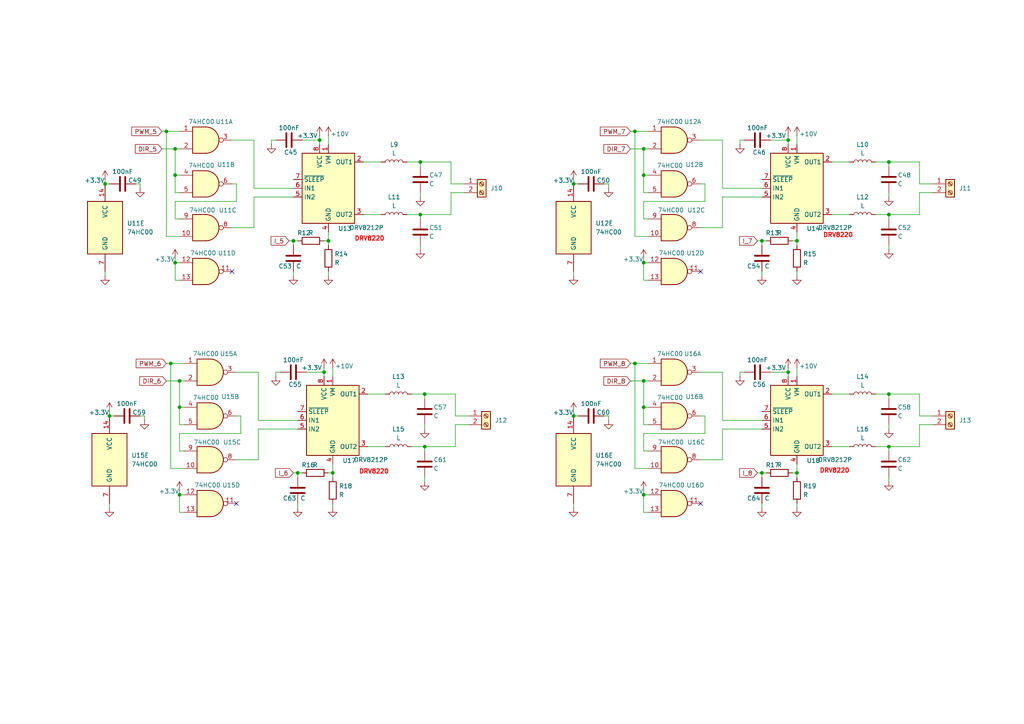
<source format=kicad_sch>
(kicad_sch (version 20231120) (generator "eeschema") (generator_version "8.0")
  (paper "A4")
  (lib_symbols
    (symbol "74xx:74HC00" (pin_names (offset 1.016))
      (property "Reference" "U" (at 0 1.27 0))
      (property "Value" "74HC00" (at 0 -1.27 0))
      (symbol "74HC00_1_1"
        (arc (start 0 -3.81) (mid 3.7934 0) (end 0 3.81) (stroke (width 0.254)) (fill (type background)))
        (polyline (pts (xy 0 3.81) (xy -3.81 3.81) (xy -3.81 -3.81) (xy 0 -3.81)) (stroke (width 0.254)) (fill (type background)))
        (pin input line (at -7.62 2.54 0) (length 3.81) (name "~") (number "1"))
        (pin input line (at -7.62 -2.54 0) (length 3.81) (name "~") (number "2"))
        (pin output inverted (at 7.62 0 180) (length 3.81) (name "~") (number "3"))
      )
      (symbol "74HC00_1_2"
        (arc (start -3.81 -3.81) (mid -2.589 0) (end -3.81 3.81) (stroke (width 0.254)))
        (arc (start -0.6096 -3.81) (mid 2.1842 -2.5851) (end 3.81 0) (stroke (width 0.254)) (fill (type background)))
        (polyline (pts (xy -3.81 -3.81) (xy -0.635 -3.81)) (stroke (width 0.254)) (fill (type background)))
        (polyline (pts (xy -3.81 3.81) (xy -0.635 3.81)) (stroke (width 0.254)) (fill (type background)))
        (polyline (pts (xy -0.635 3.81) (xy -3.81 3.81) (xy -3.81 3.81) (xy -3.556 3.4036) (xy -3.0226 2.2606) (xy -2.6924 1.0414) (xy -2.6162 -0.254) (xy -2.7686 -1.4986) (xy -3.175 -2.7178) (xy -3.81 -3.81) (xy -3.81 -3.81) (xy -0.635 -3.81)) (stroke (width -25.4)) (fill (type background)))
        (arc (start 3.81 0) (mid 2.1915 2.5936) (end -0.6096 3.81) (stroke (width 0.254)) (fill (type background)))
        (pin input inverted (at -7.62 2.54 0) (length 4.318) (name "~") (number "1"))
        (pin input inverted (at -7.62 -2.54 0) (length 4.318) (name "~") (number "2"))
        (pin output line (at 7.62 0 180) (length 3.81) (name "~") (number "3"))
      )
      (symbol "74HC00_2_1"
        (arc (start 0 -3.81) (mid 3.7934 0) (end 0 3.81) (stroke (width 0.254)) (fill (type background)))
        (polyline (pts (xy 0 3.81) (xy -3.81 3.81) (xy -3.81 -3.81) (xy 0 -3.81)) (stroke (width 0.254)) (fill (type background)))
        (pin input line (at -7.62 2.54 0) (length 3.81) (name "~") (number "4"))
        (pin input line (at -7.62 -2.54 0) (length 3.81) (name "~") (number "5"))
        (pin output inverted (at 7.62 0 180) (length 3.81) (name "~") (number "6"))
      )
      (symbol "74HC00_2_2"
        (arc (start -3.81 -3.81) (mid -2.589 0) (end -3.81 3.81) (stroke (width 0.254)))
        (arc (start -0.6096 -3.81) (mid 2.1842 -2.5851) (end 3.81 0) (stroke (width 0.254)) (fill (type background)))
        (polyline (pts (xy -3.81 -3.81) (xy -0.635 -3.81)) (stroke (width 0.254)) (fill (type background)))
        (polyline (pts (xy -3.81 3.81) (xy -0.635 3.81)) (stroke (width 0.254)) (fill (type background)))
        (polyline (pts (xy -0.635 3.81) (xy -3.81 3.81) (xy -3.81 3.81) (xy -3.556 3.4036) (xy -3.0226 2.2606) (xy -2.6924 1.0414) (xy -2.6162 -0.254) (xy -2.7686 -1.4986) (xy -3.175 -2.7178) (xy -3.81 -3.81) (xy -3.81 -3.81) (xy -0.635 -3.81)) (stroke (width -25.4)) (fill (type background)))
        (arc (start 3.81 0) (mid 2.1915 2.5936) (end -0.6096 3.81) (stroke (width 0.254)) (fill (type background)))
        (pin input inverted (at -7.62 2.54 0) (length 4.318) (name "~") (number "4"))
        (pin input inverted (at -7.62 -2.54 0) (length 4.318) (name "~") (number "5"))
        (pin output line (at 7.62 0 180) (length 3.81) (name "~") (number "6"))
      )
      (symbol "74HC00_3_1"
        (arc (start 0 -3.81) (mid 3.7934 0) (end 0 3.81) (stroke (width 0.254)) (fill (type background)))
        (polyline (pts (xy 0 3.81) (xy -3.81 3.81) (xy -3.81 -3.81) (xy 0 -3.81)) (stroke (width 0.254)) (fill (type background)))
        (pin input line (at -7.62 -2.54 0) (length 3.81) (name "~") (number "10"))
        (pin output inverted (at 7.62 0 180) (length 3.81) (name "~") (number "8"))
        (pin input line (at -7.62 2.54 0) (length 3.81) (name "~") (number "9"))
      )
      (symbol "74HC00_3_2"
        (arc (start -3.81 -3.81) (mid -2.589 0) (end -3.81 3.81) (stroke (width 0.254)))
        (arc (start -0.6096 -3.81) (mid 2.1842 -2.5851) (end 3.81 0) (stroke (width 0.254)) (fill (type background)))
        (polyline (pts (xy -3.81 -3.81) (xy -0.635 -3.81)) (stroke (width 0.254)) (fill (type background)))
        (polyline (pts (xy -3.81 3.81) (xy -0.635 3.81)) (stroke (width 0.254)) (fill (type background)))
        (polyline (pts (xy -0.635 3.81) (xy -3.81 3.81) (xy -3.81 3.81) (xy -3.556 3.4036) (xy -3.0226 2.2606) (xy -2.6924 1.0414) (xy -2.6162 -0.254) (xy -2.7686 -1.4986) (xy -3.175 -2.7178) (xy -3.81 -3.81) (xy -3.81 -3.81) (xy -0.635 -3.81)) (stroke (width -25.4)) (fill (type background)))
        (arc (start 3.81 0) (mid 2.1915 2.5936) (end -0.6096 3.81) (stroke (width 0.254)) (fill (type background)))
        (pin input inverted (at -7.62 -2.54 0) (length 4.318) (name "~") (number "10"))
        (pin output line (at 7.62 0 180) (length 3.81) (name "~") (number "8"))
        (pin input inverted (at -7.62 2.54 0) (length 4.318) (name "~") (number "9"))
      )
      (symbol "74HC00_4_1"
        (arc (start 0 -3.81) (mid 3.7934 0) (end 0 3.81) (stroke (width 0.254)) (fill (type background)))
        (polyline (pts (xy 0 3.81) (xy -3.81 3.81) (xy -3.81 -3.81) (xy 0 -3.81)) (stroke (width 0.254)) (fill (type background)))
        (pin output inverted (at 7.62 0 180) (length 3.81) (name "~") (number "11"))
        (pin input line (at -7.62 2.54 0) (length 3.81) (name "~") (number "12"))
        (pin input line (at -7.62 -2.54 0) (length 3.81) (name "~") (number "13"))
      )
      (symbol "74HC00_4_2"
        (arc (start -3.81 -3.81) (mid -2.589 0) (end -3.81 3.81) (stroke (width 0.254)))
        (arc (start -0.6096 -3.81) (mid 2.1842 -2.5851) (end 3.81 0) (stroke (width 0.254)) (fill (type background)))
        (polyline (pts (xy -3.81 -3.81) (xy -0.635 -3.81)) (stroke (width 0.254)) (fill (type background)))
        (polyline (pts (xy -3.81 3.81) (xy -0.635 3.81)) (stroke (width 0.254)) (fill (type background)))
        (polyline (pts (xy -0.635 3.81) (xy -3.81 3.81) (xy -3.81 3.81) (xy -3.556 3.4036) (xy -3.0226 2.2606) (xy -2.6924 1.0414) (xy -2.6162 -0.254) (xy -2.7686 -1.4986) (xy -3.175 -2.7178) (xy -3.81 -3.81) (xy -3.81 -3.81) (xy -0.635 -3.81)) (stroke (width -25.4)) (fill (type background)))
        (arc (start 3.81 0) (mid 2.1915 2.5936) (end -0.6096 3.81) (stroke (width 0.254)) (fill (type background)))
        (pin output line (at 7.62 0 180) (length 3.81) (name "~") (number "11"))
        (pin input inverted (at -7.62 2.54 0) (length 4.318) (name "~") (number "12"))
        (pin input inverted (at -7.62 -2.54 0) (length 4.318) (name "~") (number "13"))
      )
      (symbol "74HC00_5_0"
        (pin power_in line (at 0 12.7 270) (length 5.08) (name "VCC") (number "14"))
        (pin power_in line (at 0 -12.7 90) (length 5.08) (name "GND") (number "7"))
      )
      (symbol "74HC00_5_1"
        (rectangle (start -5.08 7.62) (end 5.08 -7.62) (stroke (width 0.254)) (fill (type background)))
      )
    )
    (symbol "Connector:Screw_Terminal_01x02" (pin_names (offset 1.016) hide)
      (property "Reference" "J" (at 0 2.54 0))
      (property "Value" "Screw_Terminal_01x02" (at 0 -5.08 0))
      (symbol "Screw_Terminal_01x02_1_1"
        (rectangle (start -1.27 1.27) (end 1.27 -3.81) (stroke (width 0.254)) (fill (type background)))
        (circle (center 0 -2.54) (radius 0.635) (stroke (width 0.1524)))
        (polyline (pts (xy -0.5334 -2.2098) (xy 0.3302 -3.048)) (stroke (width 0.1524)))
        (polyline (pts (xy -0.5334 0.3302) (xy 0.3302 -0.508)) (stroke (width 0.1524)))
        (polyline (pts (xy -0.3556 -2.032) (xy 0.508 -2.8702)) (stroke (width 0.1524)))
        (polyline (pts (xy -0.3556 0.508) (xy 0.508 -0.3302)) (stroke (width 0.1524)))
        (circle (center 0 0) (radius 0.635) (stroke (width 0.1524)))
        (pin passive line (at -5.08 0 0) (length 3.81) (name "Pin_1") (number "1"))
        (pin passive line (at -5.08 -2.54 0) (length 3.81) (name "Pin_2") (number "2"))
      )
    )
    (symbol "Device:C" (pin_numbers hide) (pin_names (offset 0.254))
      (property "Reference" "C" (at 0.635 2.54 0))
      (property "Value" "C" (at 0.635 -2.54 0))
      (symbol "C_0_1"
        (polyline (pts (xy -2.032 -0.762) (xy 2.032 -0.762)) (stroke (width 0.508)))
        (polyline (pts (xy -2.032 0.762) (xy 2.032 0.762)) (stroke (width 0.508)))
      )
      (symbol "C_1_1"
        (pin passive line (at 0 3.81 270) (length 2.794) (name "~") (number "1"))
        (pin passive line (at 0 -3.81 90) (length 2.794) (name "~") (number "2"))
      )
    )
    (symbol "Device:L" (pin_numbers hide) (pin_names (offset 1.016) hide)
      (property "Reference" "L" (at -1.27 0 90))
      (property "Value" "L" (at 1.905 0 90))
      (symbol "L_0_1"
        (arc (start 0 -2.54) (mid 0.6323 -1.905) (end 0 -1.27))
        (arc (start 0 -1.27) (mid 0.6323 -0.635) (end 0 0))
        (arc (start 0 0) (mid 0.6323 0.635) (end 0 1.27))
        (arc (start 0 1.27) (mid 0.6323 1.905) (end 0 2.54))
      )
      (symbol "L_1_1"
        (pin passive line (at 0 3.81 270) (length 1.27) (name "1") (number "1"))
        (pin passive line (at 0 -3.81 90) (length 1.27) (name "2") (number "2"))
      )
    )
    (symbol "Device:R" (pin_numbers hide) (pin_names (offset 0))
      (property "Reference" "R" (at 2.032 0 90))
      (property "Value" "R" (at 0 0 90))
      (symbol "R_0_1"
        (rectangle (start -1.016 -2.54) (end 1.016 2.54) (stroke (width 0.254)))
      )
      (symbol "R_1_1"
        (pin passive line (at 0 3.81 270) (length 1.27) (name "~") (number "1"))
        (pin passive line (at 0 -3.81 90) (length 1.27) (name "~") (number "2"))
      )
    )
    (symbol "Driver_Motor:DRV8212P"
      (property "Reference" "U" (at 6.35 11.43 0))
      (property "Value" "DRV8212P" (at -10.16 11.43 0))
      (symbol "DRV8212P_0_1"
        (rectangle (start -7.62 10.16) (end 7.62 -10.16) (stroke (width 0.254)) (fill (type background)))
      )
      (symbol "DRV8212P_1_1"
        (pin power_in line (at 0 12.7 270) (length 2.54) (name "VM") (number "1"))
        (pin output line (at 10.16 7.62 180) (length 2.54) (name "OUT1") (number "2"))
        (pin output line (at 10.16 -7.62 180) (length 2.54) (name "OUT2") (number "3"))
        (pin power_in line (at 0 -12.7 90) (length 2.54) (name "GND") (number "4"))
        (pin input line (at -10.16 -2.54 0) (length 2.54) (name "IN2") (number "5"))
        (pin input line (at -10.16 0 0) (length 2.54) (name "IN1") (number "6"))
        (pin input line (at -10.16 2.54 0) (length 2.54) (name "~{SLEEP}") (number "7"))
        (pin power_in line (at -2.54 12.7 270) (length 2.54) (name "VCC") (number "8"))
        (pin passive line (at 0 -12.7 90) (length 2.54) hide (name "GND") (number "9"))
      )
    )
    (symbol "power:+5V" (power) (pin_numbers hide) (pin_names (offset 0) hide)
      (property "Value" "+5V" (at 0 3.556 0))
      (symbol "+5V_0_1"
        (polyline (pts (xy -0.762 1.27) (xy 0 2.54)))
        (polyline (pts (xy 0 0) (xy 0 2.54)))
        (polyline (pts (xy 0 2.54) (xy 0.762 1.27)))
      )
      (symbol "+5V_1_1"
        (pin power_in line (at 0 0 90) (length 0) (name "~") (number "1"))
      )
    )
    (symbol "power:GND" (power) (pin_numbers hide) (pin_names (offset 0) hide)
      (property "Value" "GND" (at 0 -3.81 0))
      (symbol "GND_0_1"
        (polyline (pts (xy 0 0) (xy 0 -1.27) (xy 1.27 -1.27) (xy 0 -2.54) (xy -1.27 -1.27) (xy 0 -1.27)))
      )
      (symbol "GND_1_1"
        (pin power_in line (at 0 0 270) (length 0) (name "~") (number "1"))
      )
    )
  )
  (junction (at 123.19 114.3))
  (junction (at 85.09 69.85))
  (junction (at 257.81 129.54))
  (junction (at 49.53 105.41))
  (junction (at 93.98 107.95))
  (junction (at 92.71 40.64))
  (junction (at 184.15 105.41))
  (junction (at 52.07 143.51))
  (junction (at 231.14 69.85))
  (junction (at 220.98 69.85))
  (junction (at 31.75 120.65))
  (junction (at 220.98 137.16))
  (junction (at 30.48 53.34))
  (junction (at 123.19 129.54))
  (junction (at 95.25 69.85))
  (junction (at 184.15 38.1))
  (junction (at 50.8 50.8))
  (junction (at 186.69 110.49))
  (junction (at 257.81 114.3))
  (junction (at 228.6 107.95))
  (junction (at 186.69 43.18))
  (junction (at 186.69 118.11))
  (junction (at 52.07 118.11))
  (junction (at 96.52 137.16))
  (junction (at 257.81 62.23))
  (junction (at 257.81 46.99))
  (junction (at 166.37 120.65))
  (junction (at 86.36 137.16))
  (junction (at 52.07 110.49))
  (junction (at 228.6 40.64))
  (junction (at 186.69 143.51))
  (junction (at 166.37 53.34))
  (junction (at 121.92 62.23))
  (junction (at 186.69 76.2))
  (junction (at 50.8 76.2))
  (junction (at 121.92 46.99))
  (junction (at 231.14 137.16))
  (junction (at 50.8 43.18))
  (junction (at 48.26 38.1))
  (junction (at 186.69 50.8))
  (no_connect (at 203.2 78.74))
  (no_connect (at 67.31 78.74))
  (no_connect (at 68.58 146.05))
  (no_connect (at 203.2 146.05))
  (wire (pts (xy 31.75 120.65) (xy 31.75 121.92)))
  (wire (pts (xy 31.75 120.65) (xy 33.02 120.65)))
  (wire (pts (xy 85.09 78.74) (xy 85.09 80.01)))
  (wire (pts (xy 166.37 120.65) (xy 166.37 121.92)))
  (wire (pts (xy 254 46.99) (xy 257.81 46.99)))
  (wire (pts (xy 92.71 39.37) (xy 92.71 40.64)))
  (wire (pts (xy 270.51 123.19) (xy 266.7 123.19)))
  (wire (pts (xy 130.81 55.88) (xy 130.81 62.23)))
  (wire (pts (xy 96.52 146.05) (xy 96.52 147.32)))
  (wire (pts (xy 228.6 39.37) (xy 228.6 40.64)))
  (wire (pts (xy 68.58 107.95) (xy 74.93 107.95)))
  (wire (pts (xy 52.07 130.81) (xy 53.34 130.81)))
  (wire (pts (xy 220.98 137.16) (xy 220.98 138.43)))
  (wire (pts (xy 204.47 53.34) (xy 204.47 58.42)))
  (wire (pts (xy 186.69 125.73) (xy 186.69 130.81)))
  (wire (pts (xy 186.69 118.11) (xy 186.69 123.19)))
  (wire (pts (xy 95.25 67.31) (xy 95.25 69.85)))
  (wire (pts (xy 209.55 57.15) (xy 220.98 57.15)))
  (wire (pts (xy 223.52 107.95) (xy 228.6 107.95)))
  (wire (pts (xy 31.75 146.05) (xy 31.75 147.32)))
  (wire (pts (xy 229.87 137.16) (xy 231.14 137.16)))
  (wire (pts (xy 52.07 143.51) (xy 52.07 148.59)))
  (wire (pts (xy 30.48 78.74) (xy 30.48 80.01)))
  (wire (pts (xy 85.09 69.85) (xy 86.36 69.85)))
  (wire (pts (xy 106.68 129.54) (xy 111.76 129.54)))
  (wire (pts (xy 229.87 69.85) (xy 231.14 69.85)))
  (wire (pts (xy 50.8 43.18) (xy 52.07 43.18)))
  (wire (pts (xy 87.63 40.64) (xy 92.71 40.64)))
  (wire (pts (xy 123.19 123.19) (xy 123.19 124.46)))
  (wire (pts (xy 86.36 137.16) (xy 87.63 137.16)))
  (wire (pts (xy 31.75 119.38) (xy 31.75 120.65)))
  (wire (pts (xy 231.14 146.05) (xy 231.14 147.32)))
  (wire (pts (xy 184.15 38.1) (xy 184.15 68.58)))
  (wire (pts (xy 121.92 62.23) (xy 121.92 63.5)))
  (wire (pts (xy 49.53 105.41) (xy 49.53 135.89)))
  (wire (pts (xy 257.81 55.88) (xy 257.81 57.15)))
  (wire (pts (xy 67.31 53.34) (xy 68.58 53.34)))
  (wire (pts (xy 48.26 38.1) (xy 52.07 38.1)))
  (wire (pts (xy 86.36 146.05) (xy 86.36 147.32)))
  (wire (pts (xy 204.47 58.42) (xy 186.69 58.42)))
  (wire (pts (xy 186.69 58.42) (xy 186.69 63.5)))
  (wire (pts (xy 48.26 38.1) (xy 48.26 68.58)))
  (wire (pts (xy 182.88 43.18) (xy 186.69 43.18)))
  (wire (pts (xy 186.69 63.5) (xy 187.96 63.5)))
  (wire (pts (xy 105.41 46.99) (xy 110.49 46.99)))
  (wire (pts (xy 30.48 52.07) (xy 30.48 53.34)))
  (wire (pts (xy 241.3 62.23) (xy 246.38 62.23)))
  (wire (pts (xy 209.55 66.04) (xy 209.55 57.15)))
  (wire (pts (xy 30.48 53.34) (xy 31.75 53.34)))
  (wire (pts (xy 52.07 68.58) (xy 48.26 68.58)))
  (wire (pts (xy 187.96 135.89) (xy 184.15 135.89)))
  (wire (pts (xy 52.07 81.28) (xy 50.8 81.28)))
  (wire (pts (xy 203.2 66.04) (xy 209.55 66.04)))
  (wire (pts (xy 231.14 134.62) (xy 231.14 137.16)))
  (wire (pts (xy 176.53 53.34) (xy 176.53 54.61)))
  (wire (pts (xy 50.8 50.8) (xy 50.8 55.88)))
  (wire (pts (xy 219.71 137.16) (xy 220.98 137.16)))
  (wire (pts (xy 73.66 57.15) (xy 85.09 57.15)))
  (wire (pts (xy 203.2 40.64) (xy 209.55 40.64)))
  (wire (pts (xy 119.38 129.54) (xy 123.19 129.54)))
  (wire (pts (xy 96.52 137.16) (xy 96.52 138.43)))
  (wire (pts (xy 96.52 134.62) (xy 96.52 137.16)))
  (wire (pts (xy 93.98 107.95) (xy 93.98 109.22)))
  (wire (pts (xy 184.15 105.41) (xy 184.15 135.89)))
  (wire (pts (xy 186.69 110.49) (xy 187.96 110.49)))
  (wire (pts (xy 166.37 120.65) (xy 167.64 120.65)))
  (wire (pts (xy 123.19 129.54) (xy 132.08 129.54)))
  (wire (pts (xy 182.88 38.1) (xy 184.15 38.1)))
  (wire (pts (xy 40.64 53.34) (xy 40.64 54.61)))
  (wire (pts (xy 121.92 71.12) (xy 121.92 72.39)))
  (wire (pts (xy 69.85 125.73) (xy 52.07 125.73)))
  (wire (pts (xy 209.55 124.46) (xy 220.98 124.46)))
  (wire (pts (xy 93.98 69.85) (xy 95.25 69.85)))
  (wire (pts (xy 73.66 54.61) (xy 85.09 54.61)))
  (wire (pts (xy 266.7 55.88) (xy 266.7 62.23)))
  (wire (pts (xy 92.71 40.64) (xy 92.71 41.91)))
  (wire (pts (xy 50.8 50.8) (xy 52.07 50.8)))
  (wire (pts (xy 186.69 123.19) (xy 187.96 123.19)))
  (wire (pts (xy 123.19 114.3) (xy 123.19 115.57)))
  (wire (pts (xy 80.01 40.64) (xy 78.74 40.64)))
  (wire (pts (xy 81.28 107.95) (xy 80.01 107.95)))
  (wire (pts (xy 176.53 120.65) (xy 176.53 121.92)))
  (wire (pts (xy 257.81 129.54) (xy 257.81 130.81)))
  (wire (pts (xy 214.63 40.64) (xy 214.63 41.91)))
  (wire (pts (xy 96.52 106.68) (xy 96.52 109.22)))
  (wire (pts (xy 48.26 105.41) (xy 49.53 105.41)))
  (wire (pts (xy 203.2 120.65) (xy 204.47 120.65)))
  (wire (pts (xy 50.8 43.18) (xy 50.8 50.8)))
  (wire (pts (xy 74.93 133.35) (xy 74.93 124.46)))
  (wire (pts (xy 105.41 62.23) (xy 110.49 62.23)))
  (wire (pts (xy 68.58 53.34) (xy 68.58 58.42)))
  (wire (pts (xy 50.8 76.2) (xy 52.07 76.2)))
  (wire (pts (xy 228.6 106.68) (xy 228.6 107.95)))
  (wire (pts (xy 266.7 123.19) (xy 266.7 129.54)))
  (wire (pts (xy 186.69 118.11) (xy 187.96 118.11)))
  (wire (pts (xy 182.88 110.49) (xy 186.69 110.49)))
  (wire (pts (xy 220.98 146.05) (xy 220.98 147.32)))
  (wire (pts (xy 95.25 78.74) (xy 95.25 80.01)))
  (wire (pts (xy 88.9 107.95) (xy 93.98 107.95)))
  (wire (pts (xy 184.15 105.41) (xy 187.96 105.41)))
  (wire (pts (xy 52.07 118.11) (xy 53.34 118.11)))
  (wire (pts (xy 186.69 76.2) (xy 186.69 81.28)))
  (wire (pts (xy 53.34 135.89) (xy 49.53 135.89)))
  (wire (pts (xy 231.14 137.16) (xy 231.14 138.43)))
  (wire (pts (xy 220.98 69.85) (xy 220.98 71.12)))
  (wire (pts (xy 257.81 46.99) (xy 266.7 46.99)))
  (wire (pts (xy 74.93 124.46) (xy 86.36 124.46)))
  (wire (pts (xy 186.69 50.8) (xy 186.69 55.88)))
  (wire (pts (xy 50.8 58.42) (xy 50.8 63.5)))
  (wire (pts (xy 209.55 121.92) (xy 220.98 121.92)))
  (wire (pts (xy 52.07 125.73) (xy 52.07 130.81)))
  (wire (pts (xy 257.81 114.3) (xy 257.81 115.57)))
  (wire (pts (xy 46.99 43.18) (xy 50.8 43.18)))
  (wire (pts (xy 80.01 107.95) (xy 80.01 109.22)))
  (wire (pts (xy 241.3 129.54) (xy 246.38 129.54)))
  (wire (pts (xy 209.55 40.64) (xy 209.55 54.61)))
  (wire (pts (xy 166.37 78.74) (xy 166.37 80.01)))
  (wire (pts (xy 219.71 69.85) (xy 220.98 69.85)))
  (wire (pts (xy 93.98 106.68) (xy 93.98 107.95)))
  (wire (pts (xy 121.92 46.99) (xy 130.81 46.99)))
  (wire (pts (xy 231.14 69.85) (xy 231.14 71.12)))
  (wire (pts (xy 166.37 53.34) (xy 167.64 53.34)))
  (wire (pts (xy 52.07 118.11) (xy 52.07 123.19)))
  (wire (pts (xy 40.64 120.65) (xy 41.91 120.65)))
  (wire (pts (xy 86.36 137.16) (xy 86.36 138.43)))
  (wire (pts (xy 220.98 78.74) (xy 220.98 80.01)))
  (wire (pts (xy 166.37 53.34) (xy 166.37 54.61)))
  (wire (pts (xy 186.69 143.51) (xy 187.96 143.51)))
  (wire (pts (xy 228.6 107.95) (xy 228.6 109.22)))
  (wire (pts (xy 257.81 62.23) (xy 266.7 62.23)))
  (wire (pts (xy 121.92 55.88) (xy 121.92 57.15)))
  (wire (pts (xy 52.07 110.49) (xy 53.34 110.49)))
  (wire (pts (xy 254 129.54) (xy 257.81 129.54)))
  (wire (pts (xy 231.14 106.68) (xy 231.14 109.22)))
  (wire (pts (xy 130.81 53.34) (xy 130.81 46.99)))
  (wire (pts (xy 49.53 105.41) (xy 53.34 105.41)))
  (wire (pts (xy 203.2 53.34) (xy 204.47 53.34)))
  (wire (pts (xy 209.55 133.35) (xy 209.55 124.46)))
  (wire (pts (xy 257.81 129.54) (xy 266.7 129.54)))
  (wire (pts (xy 186.69 143.51) (xy 186.69 148.59)))
  (wire (pts (xy 166.37 119.38) (xy 166.37 120.65)))
  (wire (pts (xy 135.89 123.19) (xy 132.08 123.19)))
  (wire (pts (xy 215.9 40.64) (xy 214.63 40.64)))
  (wire (pts (xy 186.69 110.49) (xy 186.69 118.11)))
  (wire (pts (xy 215.9 107.95) (xy 214.63 107.95)))
  (wire (pts (xy 83.82 69.85) (xy 85.09 69.85)))
  (wire (pts (xy 204.47 120.65) (xy 204.47 125.73)))
  (wire (pts (xy 135.89 120.65) (xy 132.08 120.65)))
  (wire (pts (xy 73.66 40.64) (xy 73.66 54.61)))
  (wire (pts (xy 270.51 120.65) (xy 266.7 120.65)))
  (wire (pts (xy 123.19 138.43) (xy 123.19 139.7)))
  (wire (pts (xy 220.98 137.16) (xy 222.25 137.16)))
  (wire (pts (xy 41.91 120.65) (xy 41.91 121.92)))
  (wire (pts (xy 166.37 146.05) (xy 166.37 147.32)))
  (wire (pts (xy 69.85 120.65) (xy 69.85 125.73)))
  (wire (pts (xy 121.92 46.99) (xy 121.92 48.26)))
  (wire (pts (xy 67.31 40.64) (xy 73.66 40.64)))
  (wire (pts (xy 231.14 78.74) (xy 231.14 80.01)))
  (wire (pts (xy 95.25 69.85) (xy 95.25 71.12)))
  (wire (pts (xy 74.93 121.92) (xy 86.36 121.92)))
  (wire (pts (xy 52.07 142.24) (xy 52.07 143.51)))
  (wire (pts (xy 257.81 71.12) (xy 257.81 72.39)))
  (wire (pts (xy 204.47 125.73) (xy 186.69 125.73)))
  (wire (pts (xy 186.69 50.8) (xy 187.96 50.8)))
  (wire (pts (xy 209.55 107.95) (xy 209.55 121.92)))
  (wire (pts (xy 73.66 66.04) (xy 73.66 57.15)))
  (wire (pts (xy 186.69 43.18) (xy 187.96 43.18)))
  (wire (pts (xy 85.09 69.85) (xy 85.09 71.12)))
  (wire (pts (xy 186.69 142.24) (xy 186.69 143.51)))
  (wire (pts (xy 30.48 53.34) (xy 30.48 54.61)))
  (wire (pts (xy 106.68 114.3) (xy 111.76 114.3)))
  (wire (pts (xy 46.99 38.1) (xy 48.26 38.1)))
  (wire (pts (xy 50.8 63.5) (xy 52.07 63.5)))
  (wire (pts (xy 52.07 123.19) (xy 53.34 123.19)))
  (wire (pts (xy 68.58 58.42) (xy 50.8 58.42)))
  (wire (pts (xy 203.2 107.95) (xy 209.55 107.95)))
  (wire (pts (xy 187.96 148.59) (xy 186.69 148.59)))
  (wire (pts (xy 257.81 123.19) (xy 257.81 124.46)))
  (wire (pts (xy 119.38 114.3) (xy 123.19 114.3)))
  (wire (pts (xy 175.26 53.34) (xy 176.53 53.34)))
  (wire (pts (xy 220.98 69.85) (xy 222.25 69.85)))
  (wire (pts (xy 95.25 39.37) (xy 95.25 41.91)))
  (wire (pts (xy 166.37 52.07) (xy 166.37 53.34)))
  (wire (pts (xy 209.55 54.61) (xy 220.98 54.61)))
  (wire (pts (xy 52.07 110.49) (xy 52.07 118.11)))
  (wire (pts (xy 95.25 137.16) (xy 96.52 137.16)))
  (wire (pts (xy 257.81 138.43) (xy 257.81 139.7)))
  (wire (pts (xy 53.34 148.59) (xy 52.07 148.59)))
  (wire (pts (xy 228.6 40.64) (xy 228.6 41.91)))
  (wire (pts (xy 187.96 81.28) (xy 186.69 81.28)))
  (wire (pts (xy 50.8 76.2) (xy 50.8 81.28)))
  (wire (pts (xy 223.52 40.64) (xy 228.6 40.64)))
  (wire (pts (xy 266.7 120.65) (xy 266.7 114.3)))
  (wire (pts (xy 68.58 120.65) (xy 69.85 120.65)))
  (wire (pts (xy 182.88 105.41) (xy 184.15 105.41)))
  (wire (pts (xy 186.69 76.2) (xy 187.96 76.2)))
  (wire (pts (xy 78.74 40.64) (xy 78.74 41.91)))
  (wire (pts (xy 270.51 53.34) (xy 266.7 53.34)))
  (wire (pts (xy 74.93 107.95) (xy 74.93 121.92)))
  (wire (pts (xy 68.58 133.35) (xy 74.93 133.35)))
  (wire (pts (xy 39.37 53.34) (xy 40.64 53.34)))
  (wire (pts (xy 123.19 129.54) (xy 123.19 130.81)))
  (wire (pts (xy 254 114.3) (xy 257.81 114.3)))
  (wire (pts (xy 214.63 107.95) (xy 214.63 109.22)))
  (wire (pts (xy 231.14 67.31) (xy 231.14 69.85)))
  (wire (pts (xy 121.92 62.23) (xy 130.81 62.23)))
  (wire (pts (xy 50.8 55.88) (xy 52.07 55.88)))
  (wire (pts (xy 123.19 114.3) (xy 132.08 114.3)))
  (wire (pts (xy 203.2 133.35) (xy 209.55 133.35)))
  (wire (pts (xy 241.3 46.99) (xy 246.38 46.99)))
  (wire (pts (xy 186.69 43.18) (xy 186.69 50.8)))
  (wire (pts (xy 186.69 130.81) (xy 187.96 130.81)))
  (wire (pts (xy 52.07 143.51) (xy 53.34 143.51)))
  (wire (pts (xy 184.15 38.1) (xy 187.96 38.1)))
  (wire (pts (xy 270.51 55.88) (xy 266.7 55.88)))
  (wire (pts (xy 132.08 120.65) (xy 132.08 114.3)))
  (wire (pts (xy 85.09 137.16) (xy 86.36 137.16)))
  (wire (pts (xy 257.81 114.3) (xy 266.7 114.3)))
  (wire (pts (xy 187.96 68.58) (xy 184.15 68.58)))
  (wire (pts (xy 266.7 53.34) (xy 266.7 46.99)))
  (wire (pts (xy 132.08 123.19) (xy 132.08 129.54)))
  (wire (pts (xy 175.26 120.65) (xy 176.53 120.65)))
  (wire (pts (xy 231.14 39.37) (xy 231.14 41.91)))
  (wire (pts (xy 134.62 53.34) (xy 130.81 53.34)))
  (wire (pts (xy 186.69 55.88) (xy 187.96 55.88)))
  (wire (pts (xy 186.69 74.93) (xy 186.69 76.2)))
  (wire (pts (xy 134.62 55.88) (xy 130.81 55.88)))
  (wire (pts (xy 67.31 66.04) (xy 73.66 66.04)))
  (wire (pts (xy 48.26 110.49) (xy 52.07 110.49)))
  (wire (pts (xy 257.81 62.23) (xy 257.81 63.5)))
  (wire (pts (xy 50.8 74.93) (xy 50.8 76.2)))
  (wire (pts (xy 241.3 114.3) (xy 246.38 114.3)))
  (wire (pts (xy 118.11 62.23) (xy 121.92 62.23)))
  (wire (pts (xy 257.81 46.99) (xy 257.81 48.26)))
  (wire (pts (xy 254 62.23) (xy 257.81 62.23)))
  (wire (pts (xy 118.11 46.99) (xy 121.92 46.99)))
  (text "DRV8220" (at 108.458 136.906 0) (effects (font (size 1.27 1.27) (thickness 0.254) (bold yes))))
  (text "DRV8220" (at 107.188 69.342 0) (effects (font (size 1.27 1.27) (thickness 0.254) (bold yes))))
  (text "DRV8220" (at 242.062 136.652 0) (effects (font (size 1.27 1.27) (thickness 0.254) (bold yes))))
  (text "DRV8220" (at 243.078 68.326 0) (effects (font (size 1.27 1.27) (thickness 0.254) (bold yes))))
  (global_label "I_5" (shape input) (at 83.82 69.85 180) (property "Intersheetrefs" "${INTERSHEET_REFS}" (effects (hide yes))))
  (global_label "PWM_8" (shape input) (at 182.88 105.41 180) (property "Intersheetrefs" "${INTERSHEET_REFS}" (effects (hide yes))))
  (global_label "PWM_7" (shape input) (at 182.88 38.1 180) (property "Intersheetrefs" "${INTERSHEET_REFS}" (effects (hide yes))))
  (global_label "I_8" (shape input) (at 219.71 137.16 180) (property "Intersheetrefs" "${INTERSHEET_REFS}" (effects (hide yes))))
  (global_label "DIR_8" (shape input) (at 182.88 110.49 180) (property "Intersheetrefs" "${INTERSHEET_REFS}" (effects (hide yes))))
  (global_label "PWM_5" (shape input) (at 46.99 38.1 180) (property "Intersheetrefs" "${INTERSHEET_REFS}" (effects (hide yes))))
  (global_label "I_7" (shape input) (at 219.71 69.85 180) (property "Intersheetrefs" "${INTERSHEET_REFS}" (effects (hide yes))))
  (global_label "DIR_6" (shape input) (at 48.26 110.49 180) (property "Intersheetrefs" "${INTERSHEET_REFS}" (effects (hide yes))))
  (global_label "PWM_6" (shape input) (at 48.26 105.41 180) (property "Intersheetrefs" "${INTERSHEET_REFS}" (effects (hide yes))))
  (global_label "DIR_5" (shape input) (at 46.99 43.18 180) (property "Intersheetrefs" "${INTERSHEET_REFS}" (effects (hide yes))))
  (global_label "I_6" (shape input) (at 85.09 137.16 180) (property "Intersheetrefs" "${INTERSHEET_REFS}" (effects (hide yes))))
  (global_label "DIR_7" (shape input) (at 182.88 43.18 180) (property "Intersheetrefs" "${INTERSHEET_REFS}" (effects (hide yes))))
  (symbol (lib_id "Device:C") (at 257.81 119.38 0) (unit 1)
    (property "Reference" "C58" (at 260.35 118.11 0) (effects (justify left)))
    (property "Value" "C" (at 260.35 120.65 0) (effects (justify left)))
    (property "Description" "Unpolarized capacitor" (effects (hide yes)))
  )
  (symbol (lib_id "power:GND") (at 257.81 57.15 0) (unit 1)
    (property "Reference" "#PWR084" (effects (hide yes)))
    (property "Value" "GND" (effects (hide yes)))
    (property "Description" "Power symbol creates a global label with name \"GND\" , ground" (effects (hide yes)))
  )
  (symbol (lib_id "power:+5V") (at 93.98 106.68 0) (unit 1)
    (property "Reference" "#PWR093" (effects (hide yes)))
    (property "Value" "+3.3V" (at 90.424 106.68 0))
    (property "Description" "Power symbol creates a global label with name \"+5V\"" (effects (hide yes)))
  )
  (symbol (lib_id "power:+5V") (at 50.8 74.93 0) (unit 1)
    (property "Reference" "#PWR0186" (effects (hide yes)))
    (property "Value" "+3.3V" (at 47.752 75.184 0))
    (property "Description" "Power symbol creates a global label with name \"+5V\"" (effects (hide yes)))
  )
  (symbol (lib_id "power:GND") (at 220.98 80.01 0) (unit 1)
    (property "Reference" "#PWR091" (effects (hide yes)))
    (property "Value" "GND" (effects (hide yes)))
    (property "Description" "Power symbol creates a global label with name \"GND\" , ground" (effects (hide yes)))
  )
  (symbol (lib_id "power:GND") (at 257.81 72.39 0) (unit 1)
    (property "Reference" "#PWR086" (effects (hide yes)))
    (property "Value" "GND" (effects (hide yes)))
    (property "Description" "Power symbol creates a global label with name \"GND\" , ground" (effects (hide yes)))
  )
  (symbol (lib_id "power:+5V") (at 52.07 142.24 0) (unit 1)
    (property "Reference" "#PWR0185" (effects (hide yes)))
    (property "Value" "+3.3V" (at 49.022 142.494 0))
    (property "Description" "Power symbol creates a global label with name \"+5V\"" (effects (hide yes)))
  )
  (symbol (lib_id "Device:C") (at 123.19 134.62 0) (unit 1)
    (property "Reference" "C61" (at 125.73 133.35 0) (effects (justify left)))
    (property "Value" "C" (at 125.73 135.89 0) (effects (justify left)))
    (property "Description" "Unpolarized capacitor" (effects (hide yes)))
  )
  (symbol (lib_id "Device:C") (at 219.71 107.95 90) (unit 1)
    (property "Reference" "C56" (at 220.218 111.506 90))
    (property "Value" "100nF" (at 219.71 104.394 90))
    (property "Description" "Unpolarized capacitor" (effects (hide yes)))
  )
  (symbol (lib_id "power:+5V") (at 186.69 74.93 0) (unit 1)
    (property "Reference" "#PWR0183" (effects (hide yes)))
    (property "Value" "+3.3V" (at 183.642 75.184 0))
    (property "Description" "Power symbol creates a global label with name \"+5V\"" (effects (hide yes)))
  )
  (symbol (lib_id "Device:C") (at 85.09 107.95 90) (unit 1)
    (property "Reference" "C55" (at 85.598 111.506 90))
    (property "Value" "100nF" (at 85.09 104.394 90))
    (property "Description" "Unpolarized capacitor" (effects (hide yes)))
  )
  (symbol (lib_id "74xx:74HC00") (at 60.96 107.95 0) (unit 1)
    (property "Reference" "U15" (at 66.294 102.616 0))
    (property "Value" "74HC00" (at 59.69 102.616 0))
    (property "Datasheet" "http://www.ti.com/lit/gpn/sn74hc00" (effects (hide yes)))
    (property "Description" "quad 2-input NAND gate" (effects (hide yes)))
  )
  (symbol (lib_id "74xx:74HC00") (at 195.58 78.74 0) (unit 4)
    (property "Reference" "U12" (at 201.676 73.406 0))
    (property "Value" "74HC00" (at 194.818 73.406 0))
    (property "Datasheet" "http://www.ti.com/lit/gpn/sn74hc00" (effects (hide yes)))
    (property "Description" "quad 2-input NAND gate" (effects (hide yes)))
  )
  (symbol (lib_id "Device:R") (at 231.14 142.24 0) (unit 1)
    (property "Reference" "R19" (at 232.918 140.97 0) (effects (justify left)))
    (property "Value" "R" (at 232.918 143.51 0) (effects (justify left)))
    (property "Description" "Resistor" (effects (hide yes)))
  )
  (symbol (lib_id "74xx:74HC00") (at 60.96 133.35 0) (unit 3)
    (property "Reference" "U15" (at 67.31 128.27 0))
    (property "Value" "74HC00" (at 59.944 128.27 0))
    (property "Datasheet" "http://www.ti.com/lit/gpn/sn74hc00" (effects (hide yes)))
    (property "Description" "quad 2-input NAND gate" (effects (hide yes)))
  )
  (symbol (lib_id "Device:C") (at 171.45 120.65 90) (unit 1)
    (property "Reference" "C60" (at 175.006 119.634 90))
    (property "Value" "100nF" (at 171.45 117.094 90))
    (property "Description" "Unpolarized capacitor" (effects (hide yes)))
  )
  (symbol (lib_id "power:GND") (at 40.64 54.61 0) (unit 1)
    (property "Reference" "#PWR081" (effects (hide yes)))
    (property "Value" "GND" (effects (hide yes)))
    (property "Description" "Power symbol creates a global label with name \"GND\" , ground" (effects (hide yes)))
  )
  (symbol (lib_id "74xx:74HC00") (at 59.69 53.34 0) (unit 2)
    (property "Reference" "U11" (at 65.532 47.752 0))
    (property "Value" "74HC00" (at 58.42 48.006 0))
    (property "Datasheet" "http://www.ti.com/lit/gpn/sn74hc00" (effects (hide yes)))
    (property "Description" "quad 2-input NAND gate" (effects (hide yes)))
  )
  (symbol (lib_id "Device:R") (at 91.44 137.16 90) (unit 1)
    (property "Reference" "R16" (at 89.408 134.874 90))
    (property "Value" "R" (at 91.44 134.874 90))
    (property "Description" "Resistor" (effects (hide yes)))
  )
  (symbol (lib_id "74xx:74HC00") (at 59.69 40.64 0) (unit 1)
    (property "Reference" "U11" (at 65.024 35.306 0))
    (property "Value" "74HC00" (at 58.42 35.306 0))
    (property "Datasheet" "http://www.ti.com/lit/gpn/sn74hc00" (effects (hide yes)))
    (property "Description" "quad 2-input NAND gate" (effects (hide yes)))
  )
  (symbol (lib_id "74xx:74HC00") (at 59.69 66.04 0) (unit 3)
    (property "Reference" "U11" (at 66.04 60.96 0))
    (property "Value" "74HC00" (at 58.674 60.96 0))
    (property "Datasheet" "http://www.ti.com/lit/gpn/sn74hc00" (effects (hide yes)))
    (property "Description" "quad 2-input NAND gate" (effects (hide yes)))
  )
  (symbol (lib_id "power:GND") (at 123.19 124.46 0) (unit 1)
    (property "Reference" "#PWR0103" (effects (hide yes)))
    (property "Value" "GND" (effects (hide yes)))
    (property "Description" "Power symbol creates a global label with name \"GND\" , ground" (effects (hide yes)))
  )
  (symbol (lib_id "74xx:74HC00") (at 195.58 107.95 0) (unit 1)
    (property "Reference" "U16" (at 200.914 102.616 0))
    (property "Value" "74HC00" (at 194.31 102.616 0))
    (property "Datasheet" "http://www.ti.com/lit/gpn/sn74hc00" (effects (hide yes)))
    (property "Description" "quad 2-input NAND gate" (effects (hide yes)))
  )
  (symbol (lib_id "power:+5V") (at 231.14 39.37 0) (unit 1)
    (property "Reference" "#PWR076" (effects (hide yes)))
    (property "Value" "+10V" (at 234.442 38.862 0))
    (property "Description" "Power symbol creates a global label with name \"+5V\"" (effects (hide yes)))
  )
  (symbol (lib_id "power:GND") (at 86.36 147.32 0) (unit 1)
    (property "Reference" "#PWR0108" (effects (hide yes)))
    (property "Value" "GND" (effects (hide yes)))
    (property "Description" "Power symbol creates a global label with name \"GND\" , ground" (effects (hide yes)))
  )
  (symbol (lib_id "Connector:Screw_Terminal_01x02") (at 139.7 53.34 0) (unit 1)
    (property "Reference" "J10" (at 142.24 54.6099 0) (effects (justify left)))
    (property "Value" "Screw_Terminal_01x02" (effects (hide yes)))
    (property "Description" "Generic screw terminal, single row, 01x02, script generated (kicad-library-utils/schlib/autogen/connector/)" (effects (hide yes)))
  )
  (symbol (lib_id "Device:L") (at 250.19 129.54 90) (unit 1)
    (property "Reference" "L16" (at 250.19 124.46 90))
    (property "Value" "L" (at 250.19 127 90))
    (property "Description" "Inductor" (effects (hide yes)))
  )
  (symbol (lib_id "74xx:74HC00") (at 195.58 146.05 0) (unit 4)
    (property "Reference" "U16" (at 201.676 140.716 0))
    (property "Value" "74HC00" (at 194.818 140.716 0))
    (property "Datasheet" "http://www.ti.com/lit/gpn/sn74hc00" (effects (hide yes)))
    (property "Description" "quad 2-input NAND gate" (effects (hide yes)))
  )
  (symbol (lib_id "74xx:74HC00") (at 195.58 53.34 0) (unit 2)
    (property "Reference" "U12" (at 201.422 47.752 0))
    (property "Value" "74HC00" (at 194.31 48.006 0))
    (property "Datasheet" "http://www.ti.com/lit/gpn/sn74hc00" (effects (hide yes)))
    (property "Description" "quad 2-input NAND gate" (effects (hide yes)))
  )
  (symbol (lib_id "Device:C") (at 257.81 67.31 0) (unit 1)
    (property "Reference" "C52" (at 260.35 66.04 0) (effects (justify left)))
    (property "Value" "C" (at 260.35 68.58 0) (effects (justify left)))
    (property "Description" "Unpolarized capacitor" (effects (hide yes)))
  )
  (symbol (lib_id "Device:R") (at 226.06 137.16 90) (unit 1)
    (property "Reference" "R17" (at 224.028 134.874 90))
    (property "Value" "R" (at 226.06 134.874 90))
    (property "Description" "Resistor" (effects (hide yes)))
  )
  (symbol (lib_id "power:+5V") (at 96.52 106.68 0) (unit 1)
    (property "Reference" "#PWR094" (effects (hide yes)))
    (property "Value" "+10V" (at 99.822 106.172 0))
    (property "Description" "Power symbol creates a global label with name \"+5V\"" (effects (hide yes)))
  )
  (symbol (lib_id "Device:R") (at 96.52 142.24 0) (unit 1)
    (property "Reference" "R18" (at 98.298 140.97 0) (effects (justify left)))
    (property "Value" "R" (at 98.298 143.51 0) (effects (justify left)))
    (property "Description" "Resistor" (effects (hide yes)))
  )
  (symbol (lib_id "Device:C") (at 86.36 142.24 0) (unit 1)
    (property "Reference" "C63" (at 82.042 144.526 0) (effects (justify left)))
    (property "Value" "C" (at 87.122 144.526 0) (effects (justify left)))
    (property "Description" "Unpolarized capacitor" (effects (hide yes)))
  )
  (symbol (lib_id "Device:C") (at 220.98 142.24 0) (unit 1)
    (property "Reference" "C64" (at 216.662 144.526 0) (effects (justify left)))
    (property "Value" "C" (at 221.742 144.526 0) (effects (justify left)))
    (property "Description" "Unpolarized capacitor" (effects (hide yes)))
  )
  (symbol (lib_id "power:GND") (at 257.81 124.46 0) (unit 1)
    (property "Reference" "#PWR0104" (effects (hide yes)))
    (property "Value" "GND" (effects (hide yes)))
    (property "Description" "Power symbol creates a global label with name \"GND\" , ground" (effects (hide yes)))
  )
  (symbol (lib_id "power:GND") (at 121.92 57.15 0) (unit 1)
    (property "Reference" "#PWR083" (effects (hide yes)))
    (property "Value" "GND" (effects (hide yes)))
    (property "Description" "Power symbol creates a global label with name \"GND\" , ground" (effects (hide yes)))
  )
  (symbol (lib_id "Device:C") (at 121.92 67.31 0) (unit 1)
    (property "Reference" "C51" (at 124.46 66.04 0) (effects (justify left)))
    (property "Value" "C" (at 124.46 68.58 0) (effects (justify left)))
    (property "Description" "Unpolarized capacitor" (effects (hide yes)))
  )
  (symbol (lib_id "power:GND") (at 176.53 54.61 0) (unit 1)
    (property "Reference" "#PWR082" (effects (hide yes)))
    (property "Value" "GND" (effects (hide yes)))
    (property "Description" "Power symbol creates a global label with name \"GND\" , ground" (effects (hide yes)))
  )
  (symbol (lib_id "power:+5V") (at 228.6 106.68 0) (unit 1)
    (property "Reference" "#PWR095" (effects (hide yes)))
    (property "Value" "+3.3V" (at 225.044 106.68 0))
    (property "Description" "Power symbol creates a global label with name \"+5V\"" (effects (hide yes)))
  )
  (symbol (lib_id "74xx:74HC00") (at 166.37 133.35 0) (unit 5)
    (property "Reference" "U16" (at 172.72 132.0799 0) (effects (justify left)))
    (property "Value" "74HC00" (at 172.72 134.6199 0) (effects (justify left)))
    (property "Datasheet" "http://www.ti.com/lit/gpn/sn74hc00" (effects (hide yes)))
    (property "Description" "quad 2-input NAND gate" (effects (hide yes)))
  )
  (symbol (lib_id "power:+5V") (at 166.37 52.07 0) (unit 1)
    (property "Reference" "#PWR080" (effects (hide yes)))
    (property "Value" "+3.3V" (at 163.322 52.324 0))
    (property "Description" "Power symbol creates a global label with name \"+5V\"" (effects (hide yes)))
  )
  (symbol (lib_id "74xx:74HC00") (at 195.58 120.65 0) (unit 2)
    (property "Reference" "U16" (at 201.422 115.062 0))
    (property "Value" "74HC00" (at 194.31 115.316 0))
    (property "Datasheet" "http://www.ti.com/lit/gpn/sn74hc00" (effects (hide yes)))
    (property "Description" "quad 2-input NAND gate" (effects (hide yes)))
  )
  (symbol (lib_id "power:GND") (at 96.52 147.32 0) (unit 1)
    (property "Reference" "#PWR0109" (effects (hide yes)))
    (property "Value" "GND" (effects (hide yes)))
    (property "Description" "Power symbol creates a global label with name \"GND\" , ground" (effects (hide yes)))
  )
  (symbol (lib_id "Device:L") (at 114.3 46.99 90) (unit 1)
    (property "Reference" "L9" (at 114.3 41.91 90))
    (property "Value" "L" (at 114.3 44.45 90))
    (property "Description" "Inductor" (effects (hide yes)))
  )
  (symbol (lib_id "Device:C") (at 257.81 52.07 0) (unit 1)
    (property "Reference" "C48" (at 260.35 50.8 0) (effects (justify left)))
    (property "Value" "C" (at 260.35 53.34 0) (effects (justify left)))
    (property "Description" "Unpolarized capacitor" (effects (hide yes)))
  )
  (symbol (lib_id "Device:C") (at 35.56 53.34 90) (unit 1)
    (property "Reference" "C49" (at 39.116 52.324 90))
    (property "Value" "100nF" (at 35.56 49.784 90))
    (property "Description" "Unpolarized capacitor" (effects (hide yes)))
  )
  (symbol (lib_id "power:GND") (at 166.37 147.32 0) (unit 1)
    (property "Reference" "#PWR0110" (effects (hide yes)))
    (property "Value" "GND" (effects (hide yes)))
    (property "Description" "Power symbol creates a global label with name \"GND\" , ground" (effects (hide yes)))
  )
  (symbol (lib_id "Device:C") (at 257.81 134.62 0) (unit 1)
    (property "Reference" "C62" (at 260.35 133.35 0) (effects (justify left)))
    (property "Value" "C" (at 260.35 135.89 0) (effects (justify left)))
    (property "Description" "Unpolarized capacitor" (effects (hide yes)))
  )
  (symbol (lib_id "74xx:74HC00") (at 195.58 40.64 0) (unit 1)
    (property "Reference" "U12" (at 200.914 35.306 0))
    (property "Value" "74HC00" (at 194.31 35.306 0))
    (property "Datasheet" "http://www.ti.com/lit/gpn/sn74hc00" (effects (hide yes)))
    (property "Description" "quad 2-input NAND gate" (effects (hide yes)))
  )
  (symbol (lib_id "power:GND") (at 95.25 80.01 0) (unit 1)
    (property "Reference" "#PWR089" (effects (hide yes)))
    (property "Value" "GND" (effects (hide yes)))
    (property "Description" "Power symbol creates a global label with name \"GND\" , ground" (effects (hide yes)))
  )
  (symbol (lib_id "power:+5V") (at 30.48 52.07 0) (unit 1)
    (property "Reference" "#PWR079" (effects (hide yes)))
    (property "Value" "+3.3V" (at 27.432 52.324 0))
    (property "Description" "Power symbol creates a global label with name \"+5V\"" (effects (hide yes)))
  )
  (symbol (lib_id "power:+5V") (at 92.71 39.37 0) (unit 1)
    (property "Reference" "#PWR073" (effects (hide yes)))
    (property "Value" "+3.3V" (at 89.154 39.37 0))
    (property "Description" "Power symbol creates a global label with name \"+5V\"" (effects (hide yes)))
  )
  (symbol (lib_id "Driver_Motor:DRV8212P") (at 95.25 54.61 0) (unit 1)
    (property "Reference" "U13" (at 98.044 66.294 0) (effects (justify left)))
    (property "Value" "DRV8212P" (at 101.346 66.04 0) (effects (justify left)))
    (property "Footprint" "Package_SON:WSON-8-1EP_2x2mm_P0.5mm_EP0.9x1.6mm_ThermalVias" (effects (hide yes)))
    (property "Datasheet" "https://www.ti.com/lit/ds/symlink/drv8212p.pdf" (effects (hide yes)))
    (property "Description" "H-Bridge driver, 4A, Low Voltage, PWM input, WSON-8" (effects (hide yes)))
  )
  (symbol (lib_id "power:GND") (at 231.14 147.32 0) (unit 1)
    (property "Reference" "#PWR0112" (effects (hide yes)))
    (property "Value" "GND" (effects (hide yes)))
    (property "Description" "Power symbol creates a global label with name \"GND\" , ground" (effects (hide yes)))
  )
  (symbol (lib_id "Device:R") (at 95.25 74.93 0) (unit 1)
    (property "Reference" "R14" (at 97.028 73.66 0) (effects (justify left)))
    (property "Value" "R" (at 97.028 76.2 0) (effects (justify left)))
    (property "Description" "Resistor" (effects (hide yes)))
  )
  (symbol (lib_id "74xx:74HC00") (at 60.96 120.65 0) (unit 2)
    (property "Reference" "U15" (at 66.802 115.062 0))
    (property "Value" "74HC00" (at 59.69 115.316 0))
    (property "Datasheet" "http://www.ti.com/lit/gpn/sn74hc00" (effects (hide yes)))
    (property "Description" "quad 2-input NAND gate" (effects (hide yes)))
  )
  (symbol (lib_id "Device:L") (at 250.19 62.23 90) (unit 1)
    (property "Reference" "L12" (at 250.19 57.15 90))
    (property "Value" "L" (at 250.19 59.69 90))
    (property "Description" "Inductor" (effects (hide yes)))
  )
  (symbol (lib_id "Device:C") (at 85.09 74.93 0) (unit 1)
    (property "Reference" "C53" (at 80.772 77.216 0) (effects (justify left)))
    (property "Value" "C" (at 85.852 77.216 0) (effects (justify left)))
    (property "Description" "Unpolarized capacitor" (effects (hide yes)))
  )
  (symbol (lib_id "Device:L") (at 115.57 129.54 90) (unit 1)
    (property "Reference" "L15" (at 115.57 124.46 90))
    (property "Value" "L" (at 115.57 127 90))
    (property "Description" "Inductor" (effects (hide yes)))
  )
  (symbol (lib_id "Device:C") (at 123.19 119.38 0) (unit 1)
    (property "Reference" "C57" (at 125.73 118.11 0) (effects (justify left)))
    (property "Value" "C" (at 125.73 120.65 0) (effects (justify left)))
    (property "Description" "Unpolarized capacitor" (effects (hide yes)))
  )
  (symbol (lib_id "Connector:Screw_Terminal_01x02") (at 275.59 120.65 0) (unit 1)
    (property "Reference" "J13" (at 278.13 121.9199 0) (effects (justify left)))
    (property "Value" "Screw_Terminal_01x02" (effects (hide yes)))
    (property "Description" "Generic screw terminal, single row, 01x02, script generated (kicad-library-utils/schlib/autogen/connector/)" (effects (hide yes)))
  )
  (symbol (lib_id "power:+5V") (at 228.6 39.37 0) (unit 1)
    (property "Reference" "#PWR075" (effects (hide yes)))
    (property "Value" "+3.3V" (at 225.044 39.37 0))
    (property "Description" "Power symbol creates a global label with name \"+5V\"" (effects (hide yes)))
  )
  (symbol (lib_id "Device:C") (at 220.98 74.93 0) (unit 1)
    (property "Reference" "C54" (at 216.662 77.216 0) (effects (justify left)))
    (property "Value" "C" (at 221.742 77.216 0) (effects (justify left)))
    (property "Description" "Unpolarized capacitor" (effects (hide yes)))
  )
  (symbol (lib_id "power:GND") (at 80.01 109.22 0) (unit 1)
    (property "Reference" "#PWR097" (effects (hide yes)))
    (property "Value" "GND" (effects (hide yes)))
    (property "Description" "Power symbol creates a global label with name \"GND\" , ground" (effects (hide yes)))
  )
  (symbol (lib_id "Device:L") (at 250.19 114.3 90) (unit 1)
    (property "Reference" "L14" (at 250.19 109.22 90))
    (property "Value" "L" (at 250.19 111.76 90))
    (property "Description" "Inductor" (effects (hide yes)))
  )
  (symbol (lib_id "Driver_Motor:DRV8212P") (at 231.14 54.61 0) (unit 1)
    (property "Reference" "U14" (at 233.934 66.294 0) (effects (justify left)))
    (property "Value" "DRV8212P" (at 237.236 66.04 0) (effects (justify left)))
    (property "Footprint" "Package_SON:WSON-8-1EP_2x2mm_P0.5mm_EP0.9x1.6mm_ThermalVias" (effects (hide yes)))
    (property "Datasheet" "https://www.ti.com/lit/ds/symlink/drv8212p.pdf" (effects (hide yes)))
    (property "Description" "H-Bridge driver, 4A, Low Voltage, PWM input, WSON-8" (effects (hide yes)))
  )
  (symbol (lib_id "power:+5V") (at 95.25 39.37 0) (unit 1)
    (property "Reference" "#PWR074" (effects (hide yes)))
    (property "Value" "+10V" (at 98.552 38.862 0))
    (property "Description" "Power symbol creates a global label with name \"+5V\"" (effects (hide yes)))
  )
  (symbol (lib_id "power:GND") (at 31.75 147.32 0) (unit 1)
    (property "Reference" "#PWR0107" (effects (hide yes)))
    (property "Value" "GND" (effects (hide yes)))
    (property "Description" "Power symbol creates a global label with name \"GND\" , ground" (effects (hide yes)))
  )
  (symbol (lib_id "Device:L") (at 114.3 62.23 90) (unit 1)
    (property "Reference" "L11" (at 114.3 57.15 90))
    (property "Value" "L" (at 114.3 59.69 90))
    (property "Description" "Inductor" (effects (hide yes)))
  )
  (symbol (lib_id "power:GND") (at 123.19 139.7 0) (unit 1)
    (property "Reference" "#PWR0105" (effects (hide yes)))
    (property "Value" "GND" (effects (hide yes)))
    (property "Description" "Power symbol creates a global label with name \"GND\" , ground" (effects (hide yes)))
  )
  (symbol (lib_id "74xx:74HC00") (at 195.58 133.35 0) (unit 3)
    (property "Reference" "U16" (at 201.93 128.27 0))
    (property "Value" "74HC00" (at 194.564 128.27 0))
    (property "Datasheet" "http://www.ti.com/lit/gpn/sn74hc00" (effects (hide yes)))
    (property "Description" "quad 2-input NAND gate" (effects (hide yes)))
  )
  (symbol (lib_id "Driver_Motor:DRV8212P") (at 231.14 121.92 0) (unit 1)
    (property "Reference" "U18" (at 233.934 133.604 0) (effects (justify left)))
    (property "Value" "DRV8212P" (at 237.236 133.35 0) (effects (justify left)))
    (property "Footprint" "Package_SON:WSON-8-1EP_2x2mm_P0.5mm_EP0.9x1.6mm_ThermalVias" (effects (hide yes)))
    (property "Datasheet" "https://www.ti.com/lit/ds/symlink/drv8212p.pdf" (effects (hide yes)))
    (property "Description" "H-Bridge driver, 4A, Low Voltage, PWM input, WSON-8" (effects (hide yes)))
  )
  (symbol (lib_id "Device:L") (at 115.57 114.3 90) (unit 1)
    (property "Reference" "L13" (at 115.57 109.22 90))
    (property "Value" "L" (at 115.57 111.76 90))
    (property "Description" "Inductor" (effects (hide yes)))
  )
  (symbol (lib_id "power:GND") (at 257.81 139.7 0) (unit 1)
    (property "Reference" "#PWR0106" (effects (hide yes)))
    (property "Value" "GND" (effects (hide yes)))
    (property "Description" "Power symbol creates a global label with name \"GND\" , ground" (effects (hide yes)))
  )
  (symbol (lib_id "Device:C") (at 83.82 40.64 90) (unit 1)
    (property "Reference" "C45" (at 84.328 44.196 90))
    (property "Value" "100nF" (at 83.82 37.084 90))
    (property "Description" "Unpolarized capacitor" (effects (hide yes)))
  )
  (symbol (lib_id "74xx:74HC00") (at 30.48 66.04 0) (unit 5)
    (property "Reference" "U11" (at 36.83 64.7699 0) (effects (justify left)))
    (property "Value" "74HC00" (at 36.83 67.3099 0) (effects (justify left)))
    (property "Datasheet" "http://www.ti.com/lit/gpn/sn74hc00" (effects (hide yes)))
    (property "Description" "quad 2-input NAND gate" (effects (hide yes)))
  )
  (symbol (lib_id "power:+5V") (at 186.69 142.24 0) (unit 1)
    (property "Reference" "#PWR0184" (effects (hide yes)))
    (property "Value" "+3.3V" (at 183.642 142.494 0))
    (property "Description" "Power symbol creates a global label with name \"+5V\"" (effects (hide yes)))
  )
  (symbol (lib_id "power:+5V") (at 31.75 119.38 0) (unit 1)
    (property "Reference" "#PWR099" (effects (hide yes)))
    (property "Value" "+3.3V" (at 28.702 119.634 0))
    (property "Description" "Power symbol creates a global label with name \"+5V\"" (effects (hide yes)))
  )
  (symbol (lib_id "Device:C") (at 36.83 120.65 90) (unit 1)
    (property "Reference" "C59" (at 40.386 119.634 90))
    (property "Value" "100nF" (at 36.83 117.094 90))
    (property "Description" "Unpolarized capacitor" (effects (hide yes)))
  )
  (symbol (lib_id "74xx:74HC00") (at 195.58 66.04 0) (unit 3)
    (property "Reference" "U12" (at 201.93 60.96 0))
    (property "Value" "74HC00" (at 194.564 60.96 0))
    (property "Datasheet" "http://www.ti.com/lit/gpn/sn74hc00" (effects (hide yes)))
    (property "Description" "quad 2-input NAND gate" (effects (hide yes)))
  )
  (symbol (lib_id "Device:R") (at 226.06 69.85 90) (unit 1)
    (property "Reference" "R13" (at 224.028 67.564 90))
    (property "Value" "R" (at 226.06 67.564 90))
    (property "Description" "Resistor" (effects (hide yes)))
  )
  (symbol (lib_id "power:GND") (at 121.92 72.39 0) (unit 1)
    (property "Reference" "#PWR085" (effects (hide yes)))
    (property "Value" "GND" (effects (hide yes)))
    (property "Description" "Power symbol creates a global label with name \"GND\" , ground" (effects (hide yes)))
  )
  (symbol (lib_id "power:GND") (at 176.53 121.92 0) (unit 1)
    (property "Reference" "#PWR0102" (effects (hide yes)))
    (property "Value" "GND" (effects (hide yes)))
    (property "Description" "Power symbol creates a global label with name \"GND\" , ground" (effects (hide yes)))
  )
  (symbol (lib_id "Device:C") (at 171.45 53.34 90) (unit 1)
    (property "Reference" "C50" (at 175.006 52.324 90))
    (property "Value" "100nF" (at 171.45 49.784 90))
    (property "Description" "Unpolarized capacitor" (effects (hide yes)))
  )
  (symbol (lib_id "power:GND") (at 166.37 80.01 0) (unit 1)
    (property "Reference" "#PWR090" (effects (hide yes)))
    (property "Value" "GND" (effects (hide yes)))
    (property "Description" "Power symbol creates a global label with name \"GND\" , ground" (effects (hide yes)))
  )
  (symbol (lib_id "power:GND") (at 78.74 41.91 0) (unit 1)
    (property "Reference" "#PWR077" (effects (hide yes)))
    (property "Value" "GND" (effects (hide yes)))
    (property "Description" "Power symbol creates a global label with name \"GND\" , ground" (effects (hide yes)))
  )
  (symbol (lib_id "Device:R") (at 231.14 74.93 0) (unit 1)
    (property "Reference" "R15" (at 232.918 73.66 0) (effects (justify left)))
    (property "Value" "R" (at 232.918 76.2 0) (effects (justify left)))
    (property "Description" "Resistor" (effects (hide yes)))
  )
  (symbol (lib_id "power:+5V") (at 231.14 106.68 0) (unit 1)
    (property "Reference" "#PWR096" (effects (hide yes)))
    (property "Value" "+10V" (at 234.442 106.172 0))
    (property "Description" "Power symbol creates a global label with name \"+5V\"" (effects (hide yes)))
  )
  (symbol (lib_id "74xx:74HC00") (at 59.69 78.74 0) (unit 4)
    (property "Reference" "U11" (at 65.786 73.406 0))
    (property "Value" "74HC00" (at 58.928 73.406 0))
    (property "Datasheet" "http://www.ti.com/lit/gpn/sn74hc00" (effects (hide yes)))
    (property "Description" "quad 2-input NAND gate" (effects (hide yes)))
  )
  (symbol (lib_id "power:GND") (at 220.98 147.32 0) (unit 1)
    (property "Reference" "#PWR0111" (effects (hide yes)))
    (property "Value" "GND" (effects (hide yes)))
    (property "Description" "Power symbol creates a global label with name \"GND\" , ground" (effects (hide yes)))
  )
  (symbol (lib_id "power:GND") (at 41.91 121.92 0) (unit 1)
    (property "Reference" "#PWR0101" (effects (hide yes)))
    (property "Value" "GND" (effects (hide yes)))
    (property "Description" "Power symbol creates a global label with name \"GND\" , ground" (effects (hide yes)))
  )
  (symbol (lib_id "Device:L") (at 250.19 46.99 90) (unit 1)
    (property "Reference" "L10" (at 250.19 41.91 90))
    (property "Value" "L" (at 250.19 44.45 90))
    (property "Description" "Inductor" (effects (hide yes)))
  )
  (symbol (lib_id "74xx:74HC00") (at 60.96 146.05 0) (unit 4)
    (property "Reference" "U15" (at 67.056 140.716 0))
    (property "Value" "74HC00" (at 60.198 140.716 0))
    (property "Datasheet" "http://www.ti.com/lit/gpn/sn74hc00" (effects (hide yes)))
    (property "Description" "quad 2-input NAND gate" (effects (hide yes)))
  )
  (symbol (lib_id "Device:C") (at 121.92 52.07 0) (unit 1)
    (property "Reference" "C47" (at 124.46 50.8 0) (effects (justify left)))
    (property "Value" "C" (at 124.46 53.34 0) (effects (justify left)))
    (property "Description" "Unpolarized capacitor" (effects (hide yes)))
  )
  (symbol (lib_id "power:GND") (at 231.14 80.01 0) (unit 1)
    (property "Reference" "#PWR092" (effects (hide yes)))
    (property "Value" "GND" (effects (hide yes)))
    (property "Description" "Power symbol creates a global label with name \"GND\" , ground" (effects (hide yes)))
  )
  (symbol (lib_id "Connector:Screw_Terminal_01x02") (at 275.59 53.34 0) (unit 1)
    (property "Reference" "J11" (at 278.13 54.6099 0) (effects (justify left)))
    (property "Value" "Screw_Terminal_01x02" (effects (hide yes)))
    (property "Description" "Generic screw terminal, single row, 01x02, script generated (kicad-library-utils/schlib/autogen/connector/)" (effects (hide yes)))
  )
  (symbol (lib_id "Connector:Screw_Terminal_01x02") (at 140.97 120.65 0) (unit 1)
    (property "Reference" "J12" (at 143.51 121.9199 0) (effects (justify left)))
    (property "Value" "Screw_Terminal_01x02" (effects (hide yes)))
    (property "Description" "Generic screw terminal, single row, 01x02, script generated (kicad-library-utils/schlib/autogen/connector/)" (effects (hide yes)))
  )
  (symbol (lib_id "Device:R") (at 90.17 69.85 90) (unit 1)
    (property "Reference" "R12" (at 88.138 67.564 90))
    (property "Value" "R" (at 90.17 67.564 90))
    (property "Description" "Resistor" (effects (hide yes)))
  )
  (symbol (lib_id "74xx:74HC00") (at 166.37 66.04 0) (unit 5)
    (property "Reference" "U12" (at 172.72 64.7699 0) (effects (justify left)))
    (property "Value" "74HC00" (at 172.72 67.3099 0) (effects (justify left)))
    (property "Datasheet" "http://www.ti.com/lit/gpn/sn74hc00" (effects (hide yes)))
    (property "Description" "quad 2-input NAND gate" (effects (hide yes)))
  )
  (symbol (lib_id "Driver_Motor:DRV8212P") (at 96.52 121.92 0) (unit 1)
    (property "Reference" "U17" (at 99.314 133.604 0) (effects (justify left)))
    (property "Value" "DRV8212P" (at 102.616 133.35 0) (effects (justify left)))
    (property "Footprint" "Package_SON:WSON-8-1EP_2x2mm_P0.5mm_EP0.9x1.6mm_ThermalVias" (effects (hide yes)))
    (property "Datasheet" "https://www.ti.com/lit/ds/symlink/drv8212p.pdf" (effects (hide yes)))
    (property "Description" "H-Bridge driver, 4A, Low Voltage, PWM input, WSON-8" (effects (hide yes)))
  )
  (symbol (lib_id "power:GND") (at 85.09 80.01 0) (unit 1)
    (property "Reference" "#PWR088" (effects (hide yes)))
    (property "Value" "GND" (effects (hide yes)))
    (property "Description" "Power symbol creates a global label with name \"GND\" , ground" (effects (hide yes)))
  )
  (symbol (lib_id "74xx:74HC00") (at 31.75 133.35 0) (unit 5)
    (property "Reference" "U15" (at 38.1 132.0799 0) (effects (justify left)))
    (property "Value" "74HC00" (at 38.1 134.6199 0) (effects (justify left)))
    (property "Datasheet" "http://www.ti.com/lit/gpn/sn74hc00" (effects (hide yes)))
    (property "Description" "quad 2-input NAND gate" (effects (hide yes)))
  )
  (symbol (lib_id "power:+5V") (at 166.37 119.38 0) (unit 1)
    (property "Reference" "#PWR0100" (effects (hide yes)))
    (property "Value" "+3.3V" (at 163.322 119.634 0))
    (property "Description" "Power symbol creates a global label with name \"+5V\"" (effects (hide yes)))
  )
  (symbol (lib_id "power:GND") (at 30.48 80.01 0) (unit 1)
    (property "Reference" "#PWR087" (effects (hide yes)))
    (property "Value" "GND" (effects (hide yes)))
    (property "Description" "Power symbol creates a global label with name \"GND\" , ground" (effects (hide yes)))
  )
  (symbol (lib_id "Device:C") (at 219.71 40.64 90) (unit 1)
    (property "Reference" "C46" (at 220.218 44.196 90))
    (property "Value" "100nF" (at 219.71 37.084 90))
    (property "Description" "Unpolarized capacitor" (effects (hide yes)))
  )
  (symbol (lib_id "power:GND") (at 214.63 109.22 0) (unit 1)
    (property "Reference" "#PWR098" (effects (hide yes)))
    (property "Value" "GND" (effects (hide yes)))
    (property "Description" "Power symbol creates a global label with name \"GND\" , ground" (effects (hide yes)))
  )
  (symbol (lib_id "power:GND") (at 214.63 41.91 0) (unit 1)
    (property "Reference" "#PWR078" (effects (hide yes)))
    (property "Value" "GND" (effects (hide yes)))
    (property "Description" "Power symbol creates a global label with name \"GND\" , ground" (effects (hide yes)))
  )
)
</source>
